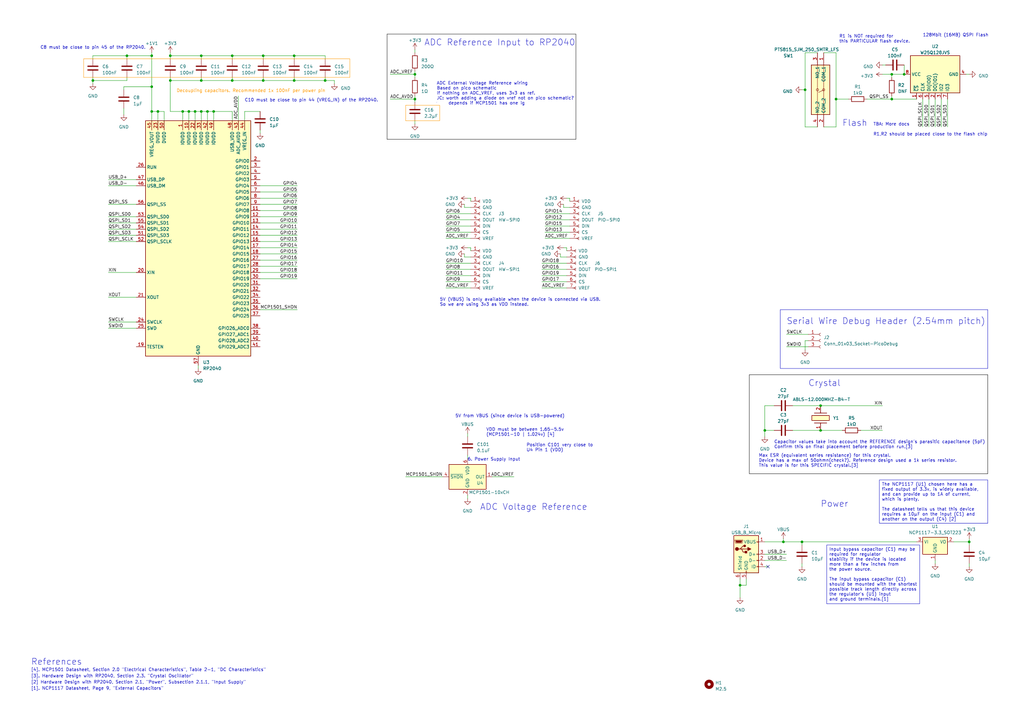
<source format=kicad_sch>
(kicad_sch (version 20230121) (generator eeschema)
  (paper "A3")
  (lib_symbols
    (symbol "ABLS-12.000MHZ-B4-T:ABLS-12.000MHZ-B4-T" (pin_names hide)
      (property "Reference" "Y" (at 8.89 6.35 0))
      (property "Value" "ABLS-12.000MHZ-B4-T" (at 8.89 3.81 0))
      (symbol "ABLS-12.000MHZ-B4-T_1_1"
        (polyline (pts (xy 3.048 0) (xy 2.54 0)) (stroke (width 0.254)))
        (polyline (pts (xy 3.048 2.54) (xy 3.048 -2.54)) (stroke (width 0.254)))
        (polyline (pts (xy 7.112 0) (xy 7.62 0)) (stroke (width 0.254)))
        (polyline (pts (xy 7.112 2.54) (xy 7.112 -2.54)) (stroke (width 0.254)))
        (rectangle (start 4.064 3.556) (end 6.096 -3.556) (stroke (width 0.254)) (fill (type background)))
        (pin passive line (at 0 0 0) (length 2.54) (name "1") (number "1"))
        (pin passive line (at 10.16 0 180) (length 2.54) (name "2") (number "2"))
      )
    )
    (symbol "Connector:Conn_01x03_Socket" (pin_names (offset 1.016) hide)
      (property "Reference" "J" (at 0 5.08 0))
      (property "Value" "Conn_01x03_Socket" (at 0 -5.08 0))
      (symbol "Conn_01x03_Socket_1_1"
        (arc (start 0 -2.032) (mid -0.5058 -2.54) (end 0 -3.048) (stroke (width 0.1524)))
        (polyline (pts (xy -1.27 -2.54) (xy -0.508 -2.54)) (stroke (width 0.1524)))
        (polyline (pts (xy -1.27 0) (xy -0.508 0)) (stroke (width 0.1524)))
        (polyline (pts (xy -1.27 2.54) (xy -0.508 2.54)) (stroke (width 0.1524)))
        (arc (start 0 0.508) (mid -0.5058 0) (end 0 -0.508) (stroke (width 0.1524)))
        (arc (start 0 3.048) (mid -0.5058 2.54) (end 0 2.032) (stroke (width 0.1524)))
        (pin passive line (at -5.08 2.54 0) (length 3.81) (name "Pin_1") (number "1"))
        (pin passive line (at -5.08 0 0) (length 3.81) (name "Pin_2") (number "2"))
        (pin passive line (at -5.08 -2.54 0) (length 3.81) (name "Pin_3") (number "3"))
      )
    )
    (symbol "Connector:USB_B_Micro" (pin_names (offset 1.016))
      (property "Reference" "J" (at -5.08 11.43 0))
      (property "Value" "USB_B_Micro" (at -5.08 8.89 0))
      (symbol "USB_B_Micro_0_1"
        (rectangle (start -5.08 -7.62) (end 5.08 7.62) (stroke (width 0.254)) (fill (type background)))
        (circle (center -3.81 2.159) (radius 0.635) (stroke (width 0.254)) (fill (type outline)))
        (circle (center -0.635 3.429) (radius 0.381) (stroke (width 0.254)) (fill (type outline)))
        (rectangle (start -0.127 -7.62) (end 0.127 -6.858))
        (polyline (pts (xy -1.905 2.159) (xy 0.635 2.159)) (stroke (width 0.254)))
        (polyline (pts (xy -3.175 2.159) (xy -2.54 2.159) (xy -1.27 3.429) (xy -0.635 3.429)) (stroke (width 0.254)))
        (polyline (pts (xy -2.54 2.159) (xy -1.905 2.159) (xy -1.27 0.889) (xy 0 0.889)) (stroke (width 0.254)))
        (polyline (pts (xy 0.635 2.794) (xy 0.635 1.524) (xy 1.905 2.159) (xy 0.635 2.794)) (stroke (width 0.254)) (fill (type outline)))
        (polyline (pts (xy -4.318 5.588) (xy -1.778 5.588) (xy -2.032 4.826) (xy -4.064 4.826) (xy -4.318 5.588)) (fill (type outline)))
        (polyline (pts (xy -4.699 5.842) (xy -4.699 5.588) (xy -4.445 4.826) (xy -4.445 4.572) (xy -1.651 4.572) (xy -1.651 4.826) (xy -1.397 5.588) (xy -1.397 5.842) (xy -4.699 5.842)))
        (rectangle (start 0.254 1.27) (end -0.508 0.508) (stroke (width 0.254)) (fill (type outline)))
        (rectangle (start 5.08 -5.207) (end 4.318 -4.953))
        (rectangle (start 5.08 -2.667) (end 4.318 -2.413))
        (rectangle (start 5.08 -0.127) (end 4.318 0.127))
        (rectangle (start 5.08 4.953) (end 4.318 5.207))
      )
      (symbol "USB_B_Micro_1_1"
        (pin power_out line (at 7.62 5.08 180) (length 2.54) (name "VBUS") (number "1"))
        (pin bidirectional line (at 7.62 -2.54 180) (length 2.54) (name "D-") (number "2"))
        (pin bidirectional line (at 7.62 0 180) (length 2.54) (name "D+") (number "3"))
        (pin passive line (at 7.62 -5.08 180) (length 2.54) (name "ID") (number "4"))
        (pin power_out line (at 0 -10.16 90) (length 2.54) (name "GND") (number "5"))
        (pin passive line (at -2.54 -10.16 90) (length 2.54) (name "Shield") (number "6"))
      )
    )
    (symbol "Device:C" (pin_numbers hide) (pin_names (offset 0.254))
      (property "Reference" "C" (at 0.635 2.54 0))
      (property "Value" "C" (at 0.635 -2.54 0))
      (symbol "C_0_1"
        (polyline (pts (xy -2.032 -0.762) (xy 2.032 -0.762)) (stroke (width 0.508)))
        (polyline (pts (xy -2.032 0.762) (xy 2.032 0.762)) (stroke (width 0.508)))
      )
      (symbol "C_1_1"
        (pin passive line (at 0 3.81 270) (length 2.794) (name "~") (number "1"))
        (pin passive line (at 0 -3.81 90) (length 2.794) (name "~") (number "2"))
      )
    )
    (symbol "Device:R" (pin_numbers hide) (pin_names (offset 0))
      (property "Reference" "R" (at 2.032 0 90))
      (property "Value" "R" (at 0 0 90))
      (symbol "R_0_1"
        (rectangle (start -1.016 -2.54) (end 1.016 2.54) (stroke (width 0.254)))
      )
      (symbol "R_1_1"
        (pin passive line (at 0 3.81 270) (length 1.27) (name "~") (number "1"))
        (pin passive line (at 0 -3.81 90) (length 1.27) (name "~") (number "2"))
      )
    )
    (symbol "Genoswitch_Custom:GS_ADC_Socket" (pin_names (offset 1.016))
      (property "Reference" "J3" (at 8.89 5.08 0))
      (property "Value" "GS_ADC_Socket" (at 8.89 7.62 0))
      (symbol "GS_ADC_Socket_1_1"
        (arc (start 0 -7.112) (mid -0.5058 -7.62) (end 0 -8.128) (stroke (width 0.1524)))
        (arc (start 0 -4.572) (mid -0.5058 -5.08) (end 0 -5.588) (stroke (width 0.1524)))
        (arc (start 0 -2.032) (mid -0.5058 -2.54) (end 0 -3.048) (stroke (width 0.1524)))
        (polyline (pts (xy -1.27 -7.62) (xy -0.508 -7.62)) (stroke (width 0.1524)))
        (polyline (pts (xy -1.27 -5.08) (xy -0.508 -5.08)) (stroke (width 0.1524)))
        (polyline (pts (xy -1.27 -2.54) (xy -0.508 -2.54)) (stroke (width 0.1524)))
        (polyline (pts (xy -1.27 0) (xy -0.508 0)) (stroke (width 0.1524)))
        (polyline (pts (xy -1.27 2.54) (xy -0.508 2.54)) (stroke (width 0.1524)))
        (polyline (pts (xy -1.27 5.08) (xy -0.508 5.08)) (stroke (width 0.1524)))
        (polyline (pts (xy -1.27 7.62) (xy -0.508 7.62)) (stroke (width 0.1524)))
        (arc (start 0 0.508) (mid -0.5058 0) (end 0 -0.508) (stroke (width 0.1524)))
        (arc (start 0 3.048) (mid -0.5058 2.54) (end 0 2.032) (stroke (width 0.1524)))
        (arc (start 0 5.588) (mid -0.5058 5.08) (end 0 4.572) (stroke (width 0.1524)))
        (arc (start 0 8.128) (mid -0.5058 7.62) (end 0 7.112) (stroke (width 0.1524)))
        (pin passive line (at -3.81 7.62 0) (length 3.81) (name "VDD") (number "1"))
        (pin passive line (at -3.81 5.08 0) (length 3.81) (name "GND") (number "2"))
        (pin passive line (at -3.81 2.54 0) (length 3.81) (name "CLK") (number "3"))
        (pin passive line (at -3.81 0 0) (length 3.81) (name "DOUT") (number "4"))
        (pin passive line (at -3.81 -2.54 0) (length 3.81) (name "DIN") (number "5"))
        (pin passive line (at -3.81 -5.08 0) (length 3.81) (name "CS") (number "6"))
        (pin passive line (at -3.81 -7.62 0) (length 3.81) (name "VREF") (number "7"))
      )
    )
    (symbol "MCU_RaspberryPi_Custom:RP2040"
      (property "Reference" "U" (at 0 11.43 0))
      (property "Value" "RP2040" (at 0 8.89 0))
      (symbol "RP2040_0_1"
        (rectangle (start -21.59 54.61) (end 21.59 -41.91) (stroke (width 0.254)) (fill (type background)))
      )
      (symbol "RP2040_1_1"
        (pin power_in line (at -6.35 54.61 270) (length 3.81) (name "IOVDD") (number "1"))
        (pin power_in line (at -3.81 54.61 270) (length 3.81) (name "IOVDD") (number "10"))
        (pin bidirectional line (at 25.4 17.78 180) (length 3.81) (name "GPIO8") (number "11"))
        (pin bidirectional line (at 25.4 15.24 180) (length 3.81) (name "GPIO9") (number "12"))
        (pin bidirectional line (at 25.4 12.7 180) (length 3.81) (name "GPIO10") (number "13"))
        (pin bidirectional line (at 25.4 10.16 180) (length 3.81) (name "GPIO11") (number "14"))
        (pin bidirectional line (at 25.4 7.62 180) (length 3.81) (name "GPIO12") (number "15"))
        (pin bidirectional line (at 25.4 5.08 180) (length 3.81) (name "GPIO13") (number "16"))
        (pin bidirectional line (at 25.4 2.54 180) (length 3.81) (name "GPIO14") (number "17"))
        (pin bidirectional line (at 25.4 0 180) (length 3.81) (name "GPIO15") (number "18"))
        (pin input line (at -25.4 -38.1 0) (length 3.81) (name "TESTEN") (number "19"))
        (pin bidirectional line (at 25.4 38.1 180) (length 3.81) (name "GPIO0") (number "2"))
        (pin input line (at -25.4 -7.62 0) (length 3.81) (name "XIN") (number "20"))
        (pin passive line (at -25.4 -17.78 0) (length 3.81) (name "XOUT") (number "21"))
        (pin power_in line (at -1.27 54.61 270) (length 3.81) (name "IOVDD") (number "22"))
        (pin power_in line (at -16.51 54.61 270) (length 3.81) (name "DVDD") (number "23"))
        (pin input line (at -25.4 -27.94 0) (length 3.81) (name "SWCLK") (number "24"))
        (pin bidirectional line (at -25.4 -30.48 0) (length 3.81) (name "SWD") (number "25"))
        (pin input line (at -25.4 35.56 0) (length 3.81) (name "RUN") (number "26"))
        (pin bidirectional line (at 25.4 -2.54 180) (length 3.81) (name "GPIO16") (number "27"))
        (pin bidirectional line (at 25.4 -5.08 180) (length 3.81) (name "GPIO17") (number "28"))
        (pin bidirectional line (at 25.4 -7.62 180) (length 3.81) (name "GPIO18") (number "29"))
        (pin bidirectional line (at 25.4 35.56 180) (length 3.81) (name "GPIO1") (number "3"))
        (pin bidirectional line (at 25.4 -10.16 180) (length 3.81) (name "GPIO19") (number "30"))
        (pin bidirectional line (at 25.4 -12.7 180) (length 3.81) (name "GPIO20") (number "31"))
        (pin bidirectional line (at 25.4 -15.24 180) (length 3.81) (name "GPIO21") (number "32"))
        (pin power_in line (at 1.27 54.61 270) (length 3.81) (name "IOVDD") (number "33"))
        (pin bidirectional line (at 25.4 -17.78 180) (length 3.81) (name "GPIO22") (number "34"))
        (pin bidirectional line (at 25.4 -20.32 180) (length 3.81) (name "GPIO23") (number "35"))
        (pin bidirectional line (at 25.4 -22.86 180) (length 3.81) (name "GPIO24") (number "36"))
        (pin bidirectional line (at 25.4 -25.4 180) (length 3.81) (name "GPIO25") (number "37"))
        (pin bidirectional line (at 25.4 -30.48 180) (length 3.81) (name "GPIO26_ADC0") (number "38"))
        (pin bidirectional line (at 25.4 -33.02 180) (length 3.81) (name "GPIO27_ADC1") (number "39"))
        (pin bidirectional line (at 25.4 33.02 180) (length 3.81) (name "GPIO2") (number "4"))
        (pin bidirectional line (at 25.4 -35.56 180) (length 3.81) (name "GPIO28_ADC2") (number "40"))
        (pin bidirectional line (at 25.4 -38.1 180) (length 3.81) (name "GPIO29_ADC3") (number "41"))
        (pin power_in line (at 3.81 54.61 270) (length 3.81) (name "IOVDD") (number "42"))
        (pin power_in line (at 16.51 54.61 270) (length 3.81) (name "ADC_AVDD") (number "43"))
        (pin power_in line (at 19.05 54.61 270) (length 3.81) (name "VREG_IN") (number "44"))
        (pin power_out line (at -19.05 54.61 270) (length 3.81) (name "VREG_VOUT") (number "45"))
        (pin bidirectional line (at -25.4 27.94 0) (length 3.81) (name "USB_DM") (number "46"))
        (pin bidirectional line (at -25.4 30.48 0) (length 3.81) (name "USB_DP") (number "47"))
        (pin power_in line (at 13.97 54.61 270) (length 3.81) (name "USB_VDD") (number "48"))
        (pin power_in line (at 6.35 54.61 270) (length 3.81) (name "IOVDD") (number "49"))
        (pin bidirectional line (at 25.4 30.48 180) (length 3.81) (name "GPIO3") (number "5"))
        (pin power_in line (at -13.97 54.61 270) (length 3.81) (name "DVDD") (number "50"))
        (pin bidirectional line (at -25.4 7.62 0) (length 3.81) (name "QSPI_SD3") (number "51"))
        (pin output line (at -25.4 5.08 0) (length 3.81) (name "QSPI_SCLK") (number "52"))
        (pin bidirectional line (at -25.4 15.24 0) (length 3.81) (name "QSPI_SD0") (number "53"))
        (pin bidirectional line (at -25.4 10.16 0) (length 3.81) (name "QSPI_SD2") (number "54"))
        (pin bidirectional line (at -25.4 12.7 0) (length 3.81) (name "QSPI_SD1") (number "55"))
        (pin bidirectional line (at -25.4 20.32 0) (length 3.81) (name "QSPI_SS") (number "56"))
        (pin power_in line (at 0 -45.72 90) (length 3.81) (name "GND") (number "57"))
        (pin bidirectional line (at 25.4 27.94 180) (length 3.81) (name "GPIO4") (number "6"))
        (pin bidirectional line (at 25.4 25.4 180) (length 3.81) (name "GPIO5") (number "7"))
        (pin bidirectional line (at 25.4 22.86 180) (length 3.81) (name "GPIO6") (number "8"))
        (pin bidirectional line (at 25.4 20.32 180) (length 3.81) (name "GPIO7") (number "9"))
      )
    )
    (symbol "Mechanical:MountingHole" (pin_names (offset 1.016))
      (property "Reference" "H" (at 0 5.08 0))
      (property "Value" "MountingHole" (at 0 3.175 0))
      (symbol "MountingHole_0_1"
        (circle (center 0 0) (radius 1.27) (stroke (width 1.27)))
      )
    )
    (symbol "Memory_Flash:W25Q128JVS"
      (property "Reference" "U" (at -8.89 8.89 0))
      (property "Value" "W25Q128JVS" (at 7.62 8.89 0))
      (symbol "W25Q128JVS_0_1"
        (rectangle (start -7.62 10.16) (end 7.62 -10.16) (stroke (width 0.254)) (fill (type background)))
      )
      (symbol "W25Q128JVS_1_1"
        (pin input line (at -10.16 7.62 0) (length 2.54) (name "~{CS}") (number "1"))
        (pin bidirectional line (at -10.16 0 0) (length 2.54) (name "DO(IO1)") (number "2"))
        (pin bidirectional line (at -10.16 -2.54 0) (length 2.54) (name "IO2") (number "3"))
        (pin power_in line (at 0 -12.7 90) (length 2.54) (name "GND") (number "4"))
        (pin bidirectional line (at -10.16 2.54 0) (length 2.54) (name "DI(IO0)") (number "5"))
        (pin input line (at -10.16 5.08 0) (length 2.54) (name "CLK") (number "6"))
        (pin bidirectional line (at -10.16 -5.08 0) (length 2.54) (name "IO3") (number "7"))
        (pin power_in line (at 0 12.7 270) (length 2.54) (name "VCC") (number "8"))
      )
    )
    (symbol "PTS815_SJM_250_SMTR_LFS:PTS815_SJM_250_SMTR_LFS"
      (property "Reference" "SW1" (at 15.24 7.62 0))
      (property "Value" "PTS815_SJM_250_SMTR_LFS" (at 15.24 5.08 0))
      (symbol "PTS815_SJM_250_SMTR_LFS_0_0"
        (text "" (at -3.81 7.62 0) (effects (font (size 1.27 1.27))))
      )
      (symbol "PTS815_SJM_250_SMTR_LFS_0_1"
        (polyline (pts (xy 5.08 -2.54) (xy 25.4 -2.54)))
        (polyline (pts (xy 15.24 0) (xy 16.3226 -2.0676)))
        (polyline (pts (xy 25.4 0) (xy 5.08 0)))
        (circle (center 15.24 -2.54) (radius 0.4675))
        (circle (center 15.24 0) (radius 0.4675))
      )
      (symbol "PTS815_SJM_250_SMTR_LFS_1_1"
        (rectangle (start 5.08 2.54) (end 25.4 -5.08) (stroke (width 0.254)) (fill (type background)))
        (pin passive line (at 0 0 0) (length 5.08) (name "COM_1") (number "1"))
        (pin passive line (at 30.48 0 180) (length 5.08) (name "COM_2") (number "2"))
        (pin passive line (at 0 -2.54 0) (length 5.08) (name "NO_1") (number "3"))
        (pin passive line (at 30.48 -2.54 180) (length 5.08) (name "NO_2") (number "4"))
      )
    )
    (symbol "Reference_Voltage:MCP1501-10xCH"
      (property "Reference" "U" (at -6.35 6.35 0))
      (property "Value" "MCP1501-10xCH" (at 10.16 6.35 0))
      (symbol "MCP1501-10xCH_0_0"
        (pin power_out line (at 10.16 0 180) (length 2.54) (name "OUT") (number "1"))
        (pin power_in line (at 0 -7.62 90) (length 2.54) (name "GND") (number "2"))
        (pin passive line (at 0 -7.62 90) (length 2.54) hide (name "GND") (number "3"))
        (pin input line (at -10.16 0 0) (length 2.54) (name "~{SHDN}") (number "4"))
        (pin passive line (at 0 -7.62 90) (length 2.54) hide (name "GND") (number "5"))
        (pin power_in line (at 0 7.62 270) (length 2.54) (name "VDD") (number "6"))
      )
      (symbol "MCP1501-10xCH_0_1"
        (rectangle (start -7.62 5.08) (end 7.62 -5.08) (stroke (width 0.254)) (fill (type background)))
      )
    )
    (symbol "Regulator_Linear:NCP1117-3.3_SOT223"
      (property "Reference" "U" (at -3.81 3.175 0))
      (property "Value" "NCP1117-3.3_SOT223" (at 0 3.175 0))
      (symbol "NCP1117-3.3_SOT223_0_1"
        (rectangle (start -5.08 -5.08) (end 5.08 1.905) (stroke (width 0.254)) (fill (type background)))
      )
      (symbol "NCP1117-3.3_SOT223_1_1"
        (pin power_in line (at 0 -7.62 90) (length 2.54) (name "GND") (number "1"))
        (pin power_out line (at 7.62 0 180) (length 2.54) (name "VO") (number "2"))
        (pin power_in line (at -7.62 0 0) (length 2.54) (name "VI") (number "3"))
      )
    )
    (symbol "power:+1V1" (power) (pin_names (offset 0))
      (property "Value" "+1V1" (at 0 3.556 0))
      (symbol "+1V1_0_1"
        (polyline (pts (xy -0.762 1.27) (xy 0 2.54)))
        (polyline (pts (xy 0 0) (xy 0 2.54)))
        (polyline (pts (xy 0 2.54) (xy 0.762 1.27)))
      )
      (symbol "+1V1_1_1"
        (pin power_in line (at 0 0 90) (length 0) hide (name "+1V1") (number "1"))
      )
    )
    (symbol "power:+3V3" (power) (pin_names (offset 0))
      (property "Value" "+3V3" (at 0 3.556 0))
      (symbol "+3V3_0_1"
        (polyline (pts (xy -0.762 1.27) (xy 0 2.54)))
        (polyline (pts (xy 0 0) (xy 0 2.54)))
        (polyline (pts (xy 0 2.54) (xy 0.762 1.27)))
      )
      (symbol "+3V3_1_1"
        (pin power_in line (at 0 0 90) (length 0) hide (name "+3V3") (number "1"))
      )
    )
    (symbol "power:GND" (power) (pin_names (offset 0))
      (property "Value" "GND" (at 0 -3.81 0))
      (symbol "GND_0_1"
        (polyline (pts (xy 0 0) (xy 0 -1.27) (xy 1.27 -1.27) (xy 0 -2.54) (xy -1.27 -1.27) (xy 0 -1.27)))
      )
      (symbol "GND_1_1"
        (pin power_in line (at 0 0 270) (length 0) hide (name "GND") (number "1"))
      )
    )
    (symbol "power:VBUS" (power) (pin_names (offset 0))
      (property "Value" "VBUS" (at 0 3.81 0))
      (symbol "VBUS_0_1"
        (polyline (pts (xy -0.762 1.27) (xy 0 2.54)))
        (polyline (pts (xy 0 0) (xy 0 2.54)))
        (polyline (pts (xy 0 2.54) (xy 0.762 1.27)))
      )
      (symbol "VBUS_1_1"
        (pin power_in line (at 0 0 90) (length 0) hide (name "VBUS") (number "1"))
      )
    )
  )
  (junction (at 62.23 35.56))
  (junction (at 62.23 45.72))
  (junction (at 365.76 30.48))
  (junction (at 62.23 22.86))
  (junction (at 95.25 33.02))
  (junction (at 85.09 45.72))
  (junction (at 170.18 30.48))
  (junction (at 82.55 22.86))
  (junction (at 95.25 22.86))
  (junction (at 77.47 45.72))
  (junction (at 74.93 45.72))
  (junction (at 133.35 33.02))
  (junction (at 80.01 45.72))
  (junction (at 330.2 36.83))
  (junction (at 313.69 176.53))
  (junction (at 52.07 22.86))
  (junction (at 170.18 40.64))
  (junction (at 87.63 45.72))
  (junction (at 38.1 33.02))
  (junction (at 328.93 222.25))
  (junction (at 336.55 166.37))
  (junction (at 82.55 45.72))
  (junction (at 303.53 240.03))
  (junction (at 336.55 176.53))
  (junction (at 69.85 33.02))
  (junction (at 107.95 33.02))
  (junction (at 120.65 33.02))
  (junction (at 370.84 30.48))
  (junction (at 342.9 40.64))
  (junction (at 365.76 40.64))
  (junction (at 64.77 45.72))
  (junction (at 321.31 222.25))
  (junction (at 82.55 33.02))
  (junction (at 69.85 22.86))
  (junction (at 120.65 22.86))
  (junction (at 107.95 22.86))
  (junction (at 397.51 222.25))
  (no_connect (at 314.96 232.41))
  (wire (pts (xy 106.68 101.6) (xy 121.92 101.6)))
  (wire (pts (xy 381 40.64) (xy 381 52.07)))
  (wire (pts (xy 303.53 240.03) (xy 303.53 237.49)))
  (wire (pts (xy 106.68 99.06) (xy 121.92 99.06)))
  (wire (pts (xy 193.04 82.55) (xy 193.04 81.28)))
  (wire (pts (xy 69.85 33.02) (xy 82.55 33.02)))
  (wire (pts (xy 190.5 105.41) (xy 190.5 104.14)))
  (wire (pts (xy 106.68 114.3) (xy 121.92 114.3)))
  (wire (pts (xy 87.63 45.72) (xy 95.25 45.72)))
  (wire (pts (xy 191.77 177.8) (xy 191.77 179.07)))
  (wire (pts (xy 313.69 222.25) (xy 321.31 222.25)))
  (wire (pts (xy 337.82 52.07) (xy 342.9 52.07)))
  (wire (pts (xy 193.04 81.28) (xy 191.77 81.28)))
  (wire (pts (xy 82.55 22.86) (xy 69.85 22.86)))
  (wire (pts (xy 64.77 45.72) (xy 64.77 49.53)))
  (wire (pts (xy 133.35 22.86) (xy 133.35 24.13)))
  (wire (pts (xy 317.5 166.37) (xy 313.69 166.37)))
  (wire (pts (xy 69.85 22.86) (xy 69.85 24.13)))
  (wire (pts (xy 95.25 22.86) (xy 95.25 24.13)))
  (wire (pts (xy 95.25 33.02) (xy 82.55 33.02)))
  (wire (pts (xy 223.52 87.63) (xy 233.68 87.63)))
  (wire (pts (xy 322.58 142.24) (xy 331.47 142.24)))
  (wire (pts (xy 182.88 90.17) (xy 193.04 90.17)))
  (wire (pts (xy 233.68 85.09) (xy 231.14 85.09)))
  (wire (pts (xy 166.37 195.58) (xy 181.61 195.58)))
  (wire (pts (xy 44.45 121.92) (xy 55.88 121.92)))
  (wire (pts (xy 182.88 118.11) (xy 193.04 118.11)))
  (wire (pts (xy 44.45 132.08) (xy 55.88 132.08)))
  (wire (pts (xy 170.18 40.64) (xy 160.02 40.64)))
  (wire (pts (xy 107.95 33.02) (xy 95.25 33.02)))
  (wire (pts (xy 330.2 52.07) (xy 335.28 52.07)))
  (wire (pts (xy 137.16 33.02) (xy 137.16 34.29)))
  (wire (pts (xy 232.41 102.87) (xy 232.41 101.6)))
  (wire (pts (xy 52.07 22.86) (xy 62.23 22.86)))
  (wire (pts (xy 383.54 40.64) (xy 383.54 52.07)))
  (wire (pts (xy 365.76 31.75) (xy 365.76 30.48)))
  (wire (pts (xy 95.25 45.72) (xy 95.25 49.53)))
  (wire (pts (xy 87.63 49.53) (xy 87.63 45.72)))
  (wire (pts (xy 222.25 115.57) (xy 232.41 115.57)))
  (wire (pts (xy 74.93 49.53) (xy 74.93 45.72)))
  (wire (pts (xy 106.68 91.44) (xy 121.92 91.44)))
  (wire (pts (xy 391.16 222.25) (xy 397.51 222.25)))
  (wire (pts (xy 50.8 44.45) (xy 50.8 46.99)))
  (wire (pts (xy 106.68 76.2) (xy 121.92 76.2)))
  (wire (pts (xy 106.68 81.28) (xy 121.92 81.28)))
  (wire (pts (xy 62.23 35.56) (xy 62.23 45.72)))
  (wire (pts (xy 383.54 229.87) (xy 383.54 231.14)))
  (wire (pts (xy 74.93 45.72) (xy 77.47 45.72)))
  (wire (pts (xy 120.65 22.86) (xy 120.65 24.13)))
  (wire (pts (xy 85.09 49.53) (xy 85.09 45.72)))
  (wire (pts (xy 82.55 49.53) (xy 82.55 45.72)))
  (wire (pts (xy 342.9 40.64) (xy 342.9 52.07)))
  (wire (pts (xy 182.88 115.57) (xy 193.04 115.57)))
  (wire (pts (xy 223.52 95.25) (xy 233.68 95.25)))
  (wire (pts (xy 106.68 88.9) (xy 121.92 88.9)))
  (wire (pts (xy 322.58 137.16) (xy 331.47 137.16)))
  (wire (pts (xy 44.45 111.76) (xy 55.88 111.76)))
  (wire (pts (xy 120.65 22.86) (xy 107.95 22.86)))
  (wire (pts (xy 321.31 220.98) (xy 321.31 222.25)))
  (wire (pts (xy 190.5 85.09) (xy 190.5 83.82)))
  (wire (pts (xy 328.93 36.83) (xy 330.2 36.83)))
  (wire (pts (xy 317.5 176.53) (xy 313.69 176.53)))
  (wire (pts (xy 69.85 45.72) (xy 74.93 45.72)))
  (wire (pts (xy 44.45 83.82) (xy 55.88 83.82)))
  (wire (pts (xy 107.95 22.86) (xy 95.25 22.86)))
  (wire (pts (xy 375.92 40.64) (xy 365.76 40.64)))
  (wire (pts (xy 182.88 87.63) (xy 193.04 87.63)))
  (wire (pts (xy 170.18 49.53) (xy 170.18 50.8)))
  (wire (pts (xy 193.04 85.09) (xy 190.5 85.09)))
  (wire (pts (xy 170.18 39.37) (xy 170.18 40.64)))
  (wire (pts (xy 95.25 33.02) (xy 95.25 31.75)))
  (wire (pts (xy 353.06 176.53) (xy 361.95 176.53)))
  (wire (pts (xy 342.9 40.64) (xy 347.98 40.64)))
  (wire (pts (xy 55.88 88.9) (xy 44.45 88.9)))
  (wire (pts (xy 137.16 33.02) (xy 133.35 33.02)))
  (wire (pts (xy 231.14 85.09) (xy 231.14 83.82)))
  (wire (pts (xy 80.01 49.53) (xy 80.01 45.72)))
  (wire (pts (xy 330.2 143.51) (xy 330.2 139.7)))
  (wire (pts (xy 170.18 30.48) (xy 170.18 31.75)))
  (wire (pts (xy 182.88 110.49) (xy 193.04 110.49)))
  (wire (pts (xy 106.68 104.14) (xy 121.92 104.14)))
  (wire (pts (xy 38.1 22.86) (xy 52.07 22.86)))
  (wire (pts (xy 55.88 96.52) (xy 44.45 96.52)))
  (wire (pts (xy 107.95 22.86) (xy 107.95 24.13)))
  (wire (pts (xy 100.33 45.72) (xy 106.68 45.72)))
  (wire (pts (xy 52.07 33.02) (xy 38.1 33.02)))
  (wire (pts (xy 69.85 33.02) (xy 69.85 31.75)))
  (wire (pts (xy 38.1 31.75) (xy 38.1 33.02)))
  (wire (pts (xy 193.04 101.6) (xy 191.77 101.6)))
  (wire (pts (xy 328.93 222.25) (xy 375.92 222.25)))
  (wire (pts (xy 313.69 227.33) (xy 322.58 227.33)))
  (wire (pts (xy 133.35 33.02) (xy 120.65 33.02)))
  (wire (pts (xy 222.25 107.95) (xy 232.41 107.95)))
  (wire (pts (xy 69.85 33.02) (xy 69.85 45.72)))
  (wire (pts (xy 182.88 95.25) (xy 193.04 95.25)))
  (wire (pts (xy 44.45 134.62) (xy 55.88 134.62)))
  (wire (pts (xy 106.68 93.98) (xy 121.92 93.98)))
  (wire (pts (xy 397.51 223.52) (xy 397.51 222.25)))
  (wire (pts (xy 342.9 21.59) (xy 342.9 40.64)))
  (wire (pts (xy 77.47 45.72) (xy 80.01 45.72)))
  (wire (pts (xy 365.76 39.37) (xy 365.76 40.64)))
  (wire (pts (xy 191.77 186.69) (xy 191.77 187.96)))
  (wire (pts (xy 106.68 78.74) (xy 121.92 78.74)))
  (wire (pts (xy 201.93 195.58) (xy 210.82 195.58)))
  (wire (pts (xy 314.96 232.41) (xy 313.69 232.41)))
  (wire (pts (xy 330.2 36.83) (xy 330.2 52.07)))
  (wire (pts (xy 325.12 176.53) (xy 336.55 176.53)))
  (wire (pts (xy 370.84 26.67) (xy 370.84 30.48)))
  (wire (pts (xy 38.1 22.86) (xy 38.1 24.13)))
  (wire (pts (xy 313.69 166.37) (xy 313.69 176.53)))
  (wire (pts (xy 62.23 45.72) (xy 64.77 45.72)))
  (wire (pts (xy 336.55 166.37) (xy 361.95 166.37)))
  (wire (pts (xy 120.65 33.02) (xy 120.65 31.75)))
  (wire (pts (xy 223.52 92.71) (xy 233.68 92.71)))
  (wire (pts (xy 64.77 45.72) (xy 67.31 45.72)))
  (wire (pts (xy 182.88 113.03) (xy 193.04 113.03)))
  (wire (pts (xy 55.88 93.98) (xy 44.45 93.98)))
  (wire (pts (xy 106.68 96.52) (xy 121.92 96.52)))
  (wire (pts (xy 62.23 49.53) (xy 62.23 45.72)))
  (wire (pts (xy 328.93 223.52) (xy 328.93 222.25)))
  (wire (pts (xy 106.68 109.22) (xy 121.92 109.22)))
  (wire (pts (xy 62.23 22.86) (xy 62.23 35.56)))
  (wire (pts (xy 52.07 24.13) (xy 52.07 22.86)))
  (wire (pts (xy 82.55 22.86) (xy 82.55 24.13)))
  (wire (pts (xy 222.25 110.49) (xy 232.41 110.49)))
  (wire (pts (xy 55.88 99.06) (xy 44.45 99.06)))
  (wire (pts (xy 120.65 33.02) (xy 107.95 33.02)))
  (wire (pts (xy 106.68 127) (xy 121.92 127)))
  (wire (pts (xy 182.88 97.79) (xy 193.04 97.79)))
  (wire (pts (xy 82.55 33.02) (xy 82.55 31.75)))
  (wire (pts (xy 325.12 166.37) (xy 336.55 166.37)))
  (wire (pts (xy 95.25 22.86) (xy 82.55 22.86)))
  (wire (pts (xy 335.28 21.59) (xy 330.2 21.59)))
  (wire (pts (xy 306.07 240.03) (xy 303.53 240.03)))
  (wire (pts (xy 321.31 222.25) (xy 328.93 222.25)))
  (wire (pts (xy 133.35 22.86) (xy 120.65 22.86)))
  (wire (pts (xy 361.95 26.67) (xy 363.22 26.67)))
  (wire (pts (xy 193.04 105.41) (xy 190.5 105.41)))
  (wire (pts (xy 182.88 107.95) (xy 193.04 107.95)))
  (wire (pts (xy 313.69 229.87) (xy 322.58 229.87)))
  (wire (pts (xy 38.1 33.02) (xy 38.1 34.29)))
  (wire (pts (xy 106.68 106.68) (xy 121.92 106.68)))
  (wire (pts (xy 365.76 30.48) (xy 370.84 30.48)))
  (wire (pts (xy 328.93 231.14) (xy 328.93 232.41)))
  (wire (pts (xy 170.18 29.21) (xy 170.18 30.48)))
  (wire (pts (xy 306.07 237.49) (xy 306.07 240.03)))
  (wire (pts (xy 229.87 105.41) (xy 229.87 104.14)))
  (wire (pts (xy 355.6 40.64) (xy 365.76 40.64)))
  (wire (pts (xy 170.18 20.32) (xy 170.18 21.59)))
  (wire (pts (xy 133.35 33.02) (xy 133.35 31.75)))
  (wire (pts (xy 107.95 33.02) (xy 107.95 31.75)))
  (wire (pts (xy 222.25 113.03) (xy 232.41 113.03)))
  (wire (pts (xy 106.68 111.76) (xy 121.92 111.76)))
  (wire (pts (xy 388.62 40.64) (xy 388.62 52.07)))
  (wire (pts (xy 191.77 203.2) (xy 191.77 204.47)))
  (wire (pts (xy 336.55 176.53) (xy 345.44 176.53)))
  (wire (pts (xy 67.31 49.53) (xy 67.31 45.72)))
  (wire (pts (xy 342.9 21.59) (xy 337.82 21.59)))
  (wire (pts (xy 55.88 91.44) (xy 44.45 91.44)))
  (wire (pts (xy 44.45 76.2) (xy 55.88 76.2)))
  (wire (pts (xy 106.68 53.34) (xy 106.68 54.61)))
  (wire (pts (xy 330.2 139.7) (xy 331.47 139.7)))
  (wire (pts (xy 106.68 86.36) (xy 121.92 86.36)))
  (wire (pts (xy 85.09 45.72) (xy 87.63 45.72)))
  (wire (pts (xy 100.33 49.53) (xy 100.33 45.72)))
  (wire (pts (xy 50.8 36.83) (xy 50.8 35.56)))
  (wire (pts (xy 170.18 40.64) (xy 170.18 41.91)))
  (wire (pts (xy 386.08 40.64) (xy 386.08 52.07)))
  (wire (pts (xy 313.69 176.53) (xy 313.69 179.07)))
  (wire (pts (xy 193.04 102.87) (xy 193.04 101.6)))
  (wire (pts (xy 81.28 149.86) (xy 81.28 151.13)))
  (wire (pts (xy 397.51 220.98) (xy 397.51 222.25)))
  (wire (pts (xy 303.53 240.03) (xy 303.53 245.11)))
  (wire (pts (xy 77.47 49.53) (xy 77.47 45.72)))
  (wire (pts (xy 80.01 45.72) (xy 82.55 45.72)))
  (wire (pts (xy 82.55 45.72) (xy 85.09 45.72)))
  (wire (pts (xy 361.95 30.48) (xy 365.76 30.48)))
  (wire (pts (xy 160.02 30.48) (xy 170.18 30.48)))
  (wire (pts (xy 222.25 118.11) (xy 232.41 118.11)))
  (wire (pts (xy 97.79 39.37) (xy 97.79 49.53)))
  (wire (pts (xy 223.52 90.17) (xy 233.68 90.17)))
  (wire (pts (xy 69.85 21.59) (xy 69.85 22.86)))
  (wire (pts (xy 232.41 101.6) (xy 231.14 101.6)))
  (wire (pts (xy 50.8 35.56) (xy 62.23 35.56)))
  (wire (pts (xy 396.24 30.48) (xy 397.51 30.48)))
  (wire (pts (xy 223.52 97.79) (xy 233.68 97.79)))
  (wire (pts (xy 62.23 21.59) (xy 62.23 22.86)))
  (wire (pts (xy 232.41 105.41) (xy 229.87 105.41)))
  (wire (pts (xy 233.68 82.55) (xy 233.68 81.28)))
  (wire (pts (xy 397.51 232.41) (xy 397.51 231.14)))
  (wire (pts (xy 106.68 83.82) (xy 121.92 83.82)))
  (wire (pts (xy 44.45 73.66) (xy 55.88 73.66)))
  (wire (pts (xy 233.68 81.28) (xy 232.41 81.28)))
  (wire (pts (xy 52.07 33.02) (xy 52.07 31.75)))
  (wire (pts (xy 378.46 40.64) (xy 378.46 52.07)))
  (wire (pts (xy 182.88 92.71) (xy 193.04 92.71)))
  (wire (pts (xy 330.2 21.59) (xy 330.2 36.83)))
  (rectangle (start 320.04 127) (end 405.13 151.13))
  (rectangle (start 158.75 13.97) (end 236.22 57.15) (stroke (width 0) (color 0 0 0 1)))
  (rectangle (start 307.34 153.67) (end 405.13 194.31) (stroke (width 0) (color 0 0 0 1)))
  (rectangle (start 166.37 43.18) (end 180.34 49.53) (stroke (width 0) (color 255 153 0 1)))
  (rectangle (start 179.07 41.91) (end 179.07 41.91))
  (rectangle (start 34.29 24.13) (end 143.51 31.75) (stroke (width 0) (color 255 153 0 1)))
  (text_box "The NCP1117 (U1) chosen here has a fixed output of 3.3v, is widely available, and can provide up to 1A of current, which is plenty.\n\nThe datasheet tells us that this device requires a 10μF on the input (C1) and another on the output (C4) [2]" (at 360.68 196.85 0) (size 44.45 17.78) (effects (font (size 1.27 1.27)) (justify left top)))
  (text_box "Input bypass capacitor (C1) may be required for regulator\nstability if the device is located more than a few inches from\nthe power source.\n\nThe input bypass capacitor (C1) should be mounted with the shortest\npossible track length directly across the regulator's (U1) input\nand ground terminals.[1]" (at 339.09 223.52 0) (size 38.1 24.13) (effects (font (size 1.27 1.27)) (justify left top)))
  (text "VDD must be between 1.65-5.5v\n(MCP1501-10 | 1.024v) [4]" (at 199.39 179.07 0) (effects (font (size 1.27 1.27)) (justify left bottom)))
  (text "6. Power Supply Input" (at 191.77 189.23 0) (effects (font (size 1.27 1.27)) (justify left bottom)))
  (text "5V (VBUS) is only available when the device is connected via USB.\nSo we are using 3v3 as VDD instead." (at 180.34 125.73 0) (effects (font (size 1.27 1.27)) (justify left bottom)))
  (text "[4]. MCP1501 Datasheet, Section 2.0 \"Electrical Characteristics\", Table 2-1, \"DC Characteristics\"" (at 12.7 275.59 0) (effects (font (size 1.27 1.27)) (justify left bottom)))
  (text "Position C101 very close to\nU4 Pin 1 (VDD)" (at 215.9 185.42 0) (effects (font (size 1.27 1.27)) (justify left bottom)))
  (text "128Mbit (16MB) QSPI Flash" (at 378.46 15.24 0) (effects (font (size 1.27 1.27)) (justify left bottom)))
  (text "[3]. Hardware Design with RP2040, Section 2.3. \"Crystal Oscillator\"" (at 12.7 278.13 0) (effects (font (size 1.27 1.27)) (justify left bottom)))
  (text "Decoupling capacitors. Recommended 1x 100nF per power pin" (at 72.39 38.1 0) (effects (font (size 1.27 1.27)) (justify left bottom)))
  (text "Power" (at 336.55 208.28 0) (effects (font (size 2.54 2.54)) (justify left bottom)))
  (text "Serial Wire Debug Header (2.54mm pitch)" (at 322.58 133.35 0) (effects (font (size 2.54 2.54)) (justify left bottom)))
  (text "Crystal" (at 331.47 158.75 0) (effects (font (size 2.54 2.54)) (justify left bottom)))
  (text "5V from VBUS (since device is USB-powered)" (at 186.69 171.45 0) (effects (font (size 1.27 1.27)) (justify left bottom)))
  (text "R1 is NOT required for\nthis PARTICULAR flash device." (at 344.17 17.78 0) (effects (font (size 1.27 1.27)) (justify left bottom)))
  (text "[1]. NCP1117 Datasheet, Page 9, \"External Capacitors\"" (at 12.7 283.21 0) (effects (font (size 1.27 1.27)) (justify left bottom)))
  (text "ADC Voltage Reference" (at 196.85 209.55 0) (effects (font (size 2.54 2.54)) (justify left bottom)))
  (text "C10 must be close to pin 44 (VREG_IN) of the RP2040." (at 100.33 41.91 0) (effects (font (size 1.27 1.27)) (justify left bottom)))
  (text "ADC External Voltage Reference wiring\nBased on pico schematic\nIf nothing on ADC_VREF, uses 3v3 as ref.\nJC: worth adding a diode on vref not on pico schematic?\n	depends if MCP1501 has one ig" (at 179.07 43.18 0) (effects (font (size 1.27 1.27)) (justify left bottom)))
  (text "TBA: More docs\n\nR1,R2 should be placed close to the flash chip" (at 358.14 55.88 0) (effects (font (size 1.27 1.27)) (justify left bottom)))
  (text "C8 must be close to pin 45 of the RP2040." (at 16.51 20.32 0) (effects (font (size 1.27 1.27)) (justify left bottom)))
  (text "ADC Reference Input to RP2040" (at 173.99 19.05 0) (effects (font (size 2.54 2.54)) (justify left bottom)))
  (text "Capacitor values take into account the REFERENCE design's parasitic capacitance (5pF)\nConfirm this on final placement before production run.[3]" (at 317.5 184.15 0) (effects (font (size 1.27 1.27)) (justify left bottom)))
  (text "Max ESR (equivalent series resistance) for this crystal.\nDevice has a max of 50ohmn(check?). Reference design used a 1k series resistor.\nThis value is for this SPECIFIC crystal.[3]" (at 311.15 191.77 0) (effects (font (size 1.27 1.27)) (justify left bottom)))
  (text "Flash" (at 345.44 52.07 0) (effects (font (size 2.54 2.54)) (justify left bottom)))
  (text "[2] Hardware Design with RP2040, Section 2.1, \"Power\", Subsection 2.1.1, \"Input Supply\"" (at 12.7 280.67 0) (effects (font (size 1.27 1.27)) (justify left bottom)))
  (text "References" (at 12.7 273.05 0) (effects (font (size 2.54 2.54)) (justify left bottom)))
  (label "QSPI_SD1" (at 383.54 52.07 90))
  (label "ADC_VREF" (at 222.25 118.11 0))
  (label "ADC_AVDD" (at 97.79 39.37 270))
  (label "XIN" (at 44.45 111.76 0))
  (label "GPIO9" (at 182.88 115.57 0))
  (label "ADC_VREF" (at 210.82 195.58 180))
  (label "GPIO6" (at 182.88 87.63 0))
  (label "GPIO19" (at 121.92 114.3 180))
  (label "GPIO6" (at 121.92 81.28 180))
  (label "ADC_VREF" (at 182.88 118.11 0))
  (label "GPIO17" (at 121.92 109.22 180))
  (label "GPIO18" (at 121.92 111.76 180))
  (label "QSPI_SS" (at 364.49 40.64 180))
  (label "QSPI_SD1" (at 44.45 91.44 0))
  (label "QSPI_SD0" (at 381 52.07 90))
  (label "SWDIO" (at 44.45 134.62 0))
  (label "GPIO7" (at 121.92 83.82 180))
  (label "XOUT" (at 44.45 121.92 0))
  (label "GPIO14" (at 223.52 87.63 0))
  (label "USB_D+" (at 322.58 227.33 180))
  (label "ADC_VREF" (at 182.88 97.79 0))
  (label "GPIO5" (at 182.88 95.25 0))
  (label "ADC_VREF" (at 160.02 30.48 0))
  (label "GPIO7" (at 182.88 92.71 0))
  (label "MCP1501_SHDN" (at 121.92 127 180))
  (label "GPIO19" (at 222.25 113.03 0))
  (label "GPIO8" (at 121.92 86.36 180))
  (label "QSPI_SD0" (at 44.45 88.9 0))
  (label "GPIO13" (at 223.52 95.25 0))
  (label "ADC_VREF" (at 223.52 97.79 0))
  (label "XIN" (at 361.95 166.37 180))
  (label "MCP1501_SHDN" (at 166.37 195.58 0))
  (label "QSPI_SCLK" (at 44.45 99.06 0))
  (label "GPIO9" (at 121.92 88.9 180))
  (label "QSPI_SD2" (at 386.08 52.07 90))
  (label "GPIO12" (at 223.52 90.17 0))
  (label "GPIO5" (at 121.92 78.74 180))
  (label "GPIO15" (at 121.92 104.14 180))
  (label "GPIO11" (at 121.92 93.98 180))
  (label "SWCLK" (at 44.45 132.08 0))
  (label "SWCLK" (at 322.58 137.16 0))
  (label "QSPI_SD3" (at 388.62 52.07 90))
  (label "ADC_AVDD" (at 160.02 40.64 0))
  (label "QSPI_SD2" (at 44.45 93.98 0))
  (label "XOUT" (at 361.95 176.53 180))
  (label "GPIO10" (at 121.92 91.44 180))
  (label "QSPI_SS" (at 44.45 83.82 0))
  (label "GPIO13" (at 121.92 99.06 180))
  (label "GPIO11" (at 182.88 113.03 0))
  (label "GPIO4" (at 182.88 90.17 0))
  (label "USB_D+" (at 44.45 73.66 0))
  (label "GPIO17" (at 222.25 115.57 0))
  (label "GPIO16" (at 222.25 110.49 0))
  (label "SWDIO" (at 322.58 142.24 0))
  (label "GPIO8" (at 182.88 110.49 0))
  (label "QSPI_SCLK" (at 378.46 52.07 90))
  (label "GPIO16" (at 121.92 106.68 180))
  (label "GPIO18" (at 222.25 107.95 0))
  (label "GPIO14" (at 121.92 101.6 180))
  (label "GPIO10" (at 182.88 107.95 0))
  (label "QSPI_SD3" (at 44.45 96.52 0))
  (label "GPIO15" (at 223.52 92.71 0))
  (label "USB_D-" (at 322.58 229.87 180))
  (label "GPIO12" (at 121.92 96.52 180))
  (label "USB_D-" (at 44.45 76.2 0))
  (label "GPIO4" (at 121.92 76.2 180))
  (symbol (lib_id "power:GND") (at 231.14 83.82 270) (unit 1)
    (property "Reference" "#PWR026" (effects hide))
    (property "Value" "GND" (at 227.33 83.82 90) (effects (justify right)))
  )
  (symbol (lib_id "Device:C") (at 69.85 27.94 0) (unit 1)
    (property "Reference" "C9" (at 73.66 27.305 0) (effects (justify left)))
    (property "Value" "100nF" (at 73.66 29.845 0) (effects (justify left)))
    (property "Footprint" "Capacitor_SMD:C_0201_0603Metric" (effects hide))
  )
  (symbol (lib_id "Device:R") (at 170.18 25.4 0) (unit 1)
    (property "Reference" "R3" (at 172.72 24.765 0) (effects (justify left)))
    (property "Value" "200Ω" (at 172.72 27.305 0) (effects (justify left)))
    (property "Footprint" "Resistor_SMD:R_0201_0603Metric" (effects hide))
  )
  (symbol (lib_id "ABLS-12.000MHZ-B4-T:ABLS-12.000MHZ-B4-T") (at 336.55 176.53 90) (unit 1)
    (property "Reference" "Y1" (at 341.63 171.45 90) (effects (justify right)))
    (property "Value" "ABLS-12.000MHZ-B4-T" (at 325.12 163.83 90) (effects (justify right)))
    (property "Footprint" "ABLS" (effects hide))
    (property "Datasheet" "https://abracon.com/Resonators/abls.pdf" (effects hide))
    (property "Mouser Part Number" "815-ABLS-12.0M-T" (effects hide))
    (property "Mouser Price/Stock" "https://www.mouser.co.uk/ProductDetail/ABRACON/ABLS-12.000MHZ-B4-T?qs=yTU0IcKoRlGSQ8ooxPPVnQ%3D%3D" (effects hide))
    (property "Manufacturer_Name" "ABRACON" (effects hide))
    (property "Manufacturer_Part_Number" "ABLS-12.000MHZ-B4-T" (effects hide))
  )
  (symbol (lib_id "power:GND") (at 328.93 36.83 270) (unit 1)
    (property "Reference" "#PWR016" (effects hide))
    (property "Value" "GND" (at 325.12 37.465 90) (effects (justify right)))
  )
  (symbol (lib_id "Device:C") (at 321.31 176.53 90) (unit 1)
    (property "Reference" "C3" (at 321.31 170.18 90))
    (property "Value" "27pF" (at 321.31 172.72 90))
    (property "Footprint" "Capacitor_SMD:C_0201_0603Metric" (effects hide))
  )
  (symbol (lib_id "Device:C") (at 367.03 26.67 90) (unit 1)
    (property "Reference" "C5" (at 367.03 20.32 90))
    (property "Value" "100nF" (at 367.03 22.86 90))
    (property "Footprint" "Capacitor_SMD:C_0201_0603Metric" (effects hide))
  )
  (symbol (lib_id "MCU_RaspberryPi_Custom:RP2040") (at 81.28 104.14 0) (unit 1)
    (property "Reference" "U3" (at 83.2359 148.59 0) (effects (justify left)))
    (property "Value" "RP2040" (at 83.2359 151.13 0) (effects (justify left)))
    (property "Footprint" "Package_DFN_QFN:QFN-56-1EP_7x7mm_P0.4mm_EP3.2x3.2mm" (effects hide))
    (property "Datasheet" "https://datasheets.raspberrypi.com/rp2040/rp2040-datasheet.pdf" (effects hide))
  )
  (symbol (lib_id "power:GND") (at 361.95 26.67 270) (unit 1)
    (property "Reference" "#PWR014" (effects hide))
    (property "Value" "GND" (at 358.14 27.305 90) (effects (justify right)))
  )
  (symbol (lib_id "power:+3V3") (at 170.18 20.32 0) (unit 1)
    (property "Reference" "#PWR020" (effects hide))
    (property "Value" "+3V3" (at 170.18 16.51 0))
  )
  (symbol (lib_id "power:GND") (at 106.68 54.61 0) (unit 1)
    (property "Reference" "#PWR010" (effects hide))
    (property "Value" "GND" (at 106.68 59.69 0))
  )
  (symbol (lib_id "power:GND") (at 38.1 34.29 0) (unit 1)
    (property "Reference" "#PWR07" (effects hide))
    (property "Value" "GND" (at 38.1 39.37 0))
  )
  (symbol (lib_id "Device:R") (at 170.18 35.56 0) (unit 1)
    (property "Reference" "R4" (at 172.72 34.925 0) (effects (justify left)))
    (property "Value" "1Ω" (at 172.72 37.465 0) (effects (justify left)))
    (property "Footprint" "Resistor_SMD:R_0201_0603Metric" (effects hide))
  )
  (symbol (lib_id "Connector:USB_B_Micro") (at 306.07 227.33 0) (unit 1)
    (property "Reference" "J1" (at 306.07 215.9 0))
    (property "Value" "USB_B_Micro" (at 306.07 218.44 0))
    (property "Footprint" "Connector_USB:USB_Micro-B_Amphenol_10118193-0001LF_Horizontal" (effects hide))
  )
  (symbol (lib_id "Device:R") (at 349.25 176.53 90) (unit 1)
    (property "Reference" "R5" (at 349.25 171.45 90))
    (property "Value" "1kΩ" (at 349.25 173.99 90))
    (property "Footprint" "Resistor_SMD:R_0201_0603Metric" (effects hide))
  )
  (symbol (lib_id "power:+3V3") (at 397.51 220.98 0) (unit 1)
    (property "Reference" "#PWR05" (effects hide))
    (property "Value" "+3V3" (at 397.51 217.17 0))
  )
  (symbol (lib_id "power:+3V3") (at 191.77 101.6 90) (unit 1)
    (property "Reference" "#PWR025" (effects hide))
    (property "Value" "+3V3" (at 187.96 101.6 90) (effects (justify left)))
  )
  (symbol (lib_id "power:GND") (at 313.69 179.07 0) (unit 1)
    (property "Reference" "#PWR017" (effects hide))
    (property "Value" "GND" (at 313.69 184.15 0))
  )
  (symbol (lib_id "Device:C") (at 107.95 27.94 0) (unit 1)
    (property "Reference" "C13" (at 111.76 27.305 0) (effects (justify left)))
    (property "Value" "100nF" (at 111.76 29.845 0) (effects (justify left)))
    (property "Footprint" "Capacitor_SMD:C_0201_0603Metric" (effects hide))
  )
  (symbol (lib_id "Device:C") (at 38.1 27.94 0) (unit 1)
    (property "Reference" "C6" (at 41.91 27.305 0) (effects (justify left)))
    (property "Value" "100nF" (at 41.91 29.845 0) (effects (justify left)))
    (property "Footprint" "Capacitor_SMD:C_0201_0603Metric" (effects hide))
  )
  (symbol (lib_id "Device:R") (at 351.79 40.64 270) (unit 1)
    (property "Reference" "R1" (at 351.79 35.56 90))
    (property "Value" "1kΩ" (at 351.79 38.1 90))
    (property "Footprint" "Resistor_SMD:R_0201_0603Metric" (effects hide))
  )
  (symbol (lib_id "Device:C") (at 191.77 182.88 180) (unit 1)
    (property "Reference" "C101" (at 195.58 182.245 0) (effects (justify right)))
    (property "Value" "0.1uF" (at 195.58 184.785 0) (effects (justify right)))
    (property "Footprint" "Capacitor_SMD:C_0201_0603Metric" (effects hide))
  )
  (symbol (lib_id "power:GND") (at 303.53 245.11 0) (unit 1)
    (property "Reference" "#PWR04" (effects hide))
    (property "Value" "GND" (at 303.53 250.19 0))
  )
  (symbol (lib_id "power:VBUS") (at 321.31 220.98 0) (unit 1)
    (property "Reference" "#PWR01" (effects hide))
    (property "Value" "VBUS" (at 321.31 217.17 0))
  )
  (symbol (lib_id "power:GND") (at 328.93 232.41 0) (unit 1)
    (property "Reference" "#PWR03" (effects hide))
    (property "Value" "GND" (at 328.93 237.49 0))
  )
  (symbol (lib_id "Device:C") (at 321.31 166.37 90) (unit 1)
    (property "Reference" "C2" (at 321.31 160.02 90))
    (property "Value" "27pF" (at 321.31 162.56 90))
    (property "Footprint" "Capacitor_SMD:C_0201_0603Metric" (effects hide))
  )
  (symbol (lib_id "Genoswitch_Custom:GS_ADC_Socket") (at 196.85 90.17 0) (unit 1)
    (property "Reference" "J3" (at 204.47 87.63 0) (effects (justify left)))
    (property "Value" "HW-SPI0" (at 204.47 90.17 0) (effects (justify left)))
    (property "Footprint" "Connector_JST:JST_PH_B7B-PH-K_1x07_P2.00mm_Vertical" (effects hide))
  )
  (symbol (lib_id "power:+3V3") (at 232.41 81.28 90) (unit 1)
    (property "Reference" "#PWR027" (effects hide))
    (property "Value" "+3V3" (at 228.6 81.28 90) (effects (justify left)))
  )
  (symbol (lib_id "Connector:Conn_01x03_Socket") (at 336.55 139.7 0) (unit 1)
    (property "Reference" "J2" (at 337.82 138.43 0) (effects (justify left)))
    (property "Value" "Conn_01x03_Socket-PicoDebug" (at 337.82 140.97 0) (effects (justify left)))
    (property "Footprint" "Connector_PinHeader_2.54mm:PinHeader_1x03_P2.54mm_Vertical" (effects hide))
  )
  (symbol (lib_id "Device:C") (at 50.8 40.64 0) (unit 1)
    (property "Reference" "C8" (at 54.61 40.005 0) (effects (justify left)))
    (property "Value" "1μF" (at 54.61 42.545 0) (effects (justify left)))
    (property "Footprint" "Capacitor_SMD:C_0201_0603Metric" (effects hide))
  )
  (symbol (lib_id "power:GND") (at 190.5 104.14 270) (unit 1)
    (property "Reference" "#PWR024" (effects hide))
    (property "Value" "GND" (at 186.69 104.14 90) (effects (justify right)))
  )
  (symbol (lib_id "Device:C") (at 170.18 45.72 0) (unit 1)
    (property "Reference" "C16" (at 173.99 45.085 0) (effects (justify left)))
    (property "Value" "2.2μF" (at 173.99 47.625 0) (effects (justify left)))
    (property "Footprint" "Capacitor_SMD:C_0201_0603Metric" (effects hide))
  )
  (symbol (lib_id "power:+3V3") (at 191.77 81.28 90) (unit 1)
    (property "Reference" "#PWR033" (effects hide))
    (property "Value" "+3V3" (at 187.96 81.28 90) (effects (justify left)))
  )
  (symbol (lib_id "power:GND") (at 397.51 30.48 90) (unit 1)
    (property "Reference" "#PWR013" (effects hide))
    (property "Value" "GND" (at 401.32 31.115 90) (effects (justify right)))
  )
  (symbol (lib_id "Device:C") (at 52.07 27.94 0) (unit 1)
    (property "Reference" "C7" (at 55.88 27.305 0) (effects (justify left)))
    (property "Value" "100nF" (at 55.88 29.845 0) (effects (justify left)))
    (property "Footprint" "Capacitor_SMD:C_0201_0603Metric" (effects hide))
  )
  (symbol (lib_id "power:+3V3") (at 361.95 30.48 90) (unit 1)
    (property "Reference" "#PWR015" (effects hide))
    (property "Value" "+3V3" (at 358.14 31.115 90) (effects (justify left)))
  )
  (symbol (lib_id "Device:C") (at 397.51 227.33 0) (unit 1)
    (property "Reference" "C4" (at 401.32 226.695 0) (effects (justify left)))
    (property "Value" "10μF" (at 401.32 229.235 0) (effects (justify left)))
    (property "Footprint" "Capacitor_SMD:C_0201_0603Metric" (effects hide))
  )
  (symbol (lib_id "Device:C") (at 106.68 49.53 0) (unit 1)
    (property "Reference" "C10" (at 110.49 48.895 0) (effects (justify left)))
    (property "Value" "1μF" (at 110.49 51.435 0) (effects (justify left)))
    (property "Footprint" "Capacitor_SMD:C_0201_0603Metric" (effects hide))
  )
  (symbol (lib_id "Genoswitch_Custom:GS_ADC_Socket") (at 196.85 110.49 0) (unit 1)
    (property "Reference" "J4" (at 204.47 107.95 0) (effects (justify left)))
    (property "Value" "HW-SPI1" (at 204.47 110.49 0) (effects (justify left)))
    (property "Footprint" "Connector_JST:JST_PH_B7B-PH-K_1x07_P2.00mm_Vertical" (effects hide))
  )
  (symbol (lib_id "power:GND") (at 191.77 204.47 0) (unit 1)
    (property "Reference" "#PWR018" (effects hide))
    (property "Value" "GND" (at 191.77 209.55 0))
  )
  (symbol (lib_id "power:GND") (at 383.54 231.14 0) (unit 1)
    (property "Reference" "#PWR02" (effects hide))
    (property "Value" "GND" (at 383.54 236.22 0))
  )
  (symbol (lib_id "power:GND") (at 397.51 232.41 0) (unit 1)
    (property "Reference" "#PWR06" (effects hide))
    (property "Value" "GND" (at 397.51 237.49 0))
  )
  (symbol (lib_id "Device:C") (at 120.65 27.94 0) (unit 1)
    (property "Reference" "C14" (at 124.46 27.305 0) (effects (justify left)))
    (property "Value" "100nF" (at 124.46 29.845 0) (effects (justify left)))
    (property "Footprint" "Capacitor_SMD:C_0201_0603Metric" (effects hide))
  )
  (symbol (lib_id "Memory_Flash:W25Q128JVS") (at 383.54 30.48 90) (unit 1)
    (property "Reference" "U2" (at 383.54 19.05 90))
    (property "Value" "W25Q128JVS" (at 383.54 21.59 90))
    (property "Footprint" "Package_SO:SOIC-8_5.23x5.23mm_P1.27mm" (effects hide))
    (property "Datasheet" "http://www.winbond.com/resource-files/w25q128jv_dtr%20revc%2003272018%20plus.pdf" (effects hide))
  )
  (symbol (lib_id "Device:C") (at 95.25 27.94 0) (unit 1)
    (property "Reference" "C12" (at 99.06 27.305 0) (effects (justify left)))
    (property "Value" "100nF" (at 99.06 29.845 0) (effects (justify left)))
    (property "Footprint" "Capacitor_SMD:C_0201_0603Metric" (effects hide))
  )
  (symbol (lib_id "Device:C") (at 82.55 27.94 0) (unit 1)
    (property "Reference" "C11" (at 86.36 27.305 0) (effects (justify left)))
    (property "Value" "100nF" (at 86.36 29.845 0) (effects (justify left)))
    (property "Footprint" "Capacitor_SMD:C_0201_0603Metric" (effects hide))
  )
  (symbol (lib_id "power:GND") (at 229.87 104.14 270) (unit 1)
    (property "Reference" "#PWR028" (effects hide))
    (property "Value" "GND" (at 226.06 104.14 90) (effects (justify right)))
  )
  (symbol (lib_id "power:+3V3") (at 231.14 101.6 90) (unit 1)
    (property "Reference" "#PWR029" (effects hide))
    (property "Value" "+3V3" (at 227.33 101.6 90) (effects (justify left)))
  )
  (symbol (lib_id "power:GND") (at 190.5 83.82 270) (unit 1)
    (property "Reference" "#PWR032" (effects hide))
    (property "Value" "GND" (at 186.69 83.82 90) (effects (justify right)))
  )
  (symbol (lib_id "Device:C") (at 328.93 227.33 0) (unit 1)
    (property "Reference" "C1" (at 332.74 226.695 0) (effects (justify left)))
    (property "Value" "10μF" (at 332.74 229.235 0) (effects (justify left)))
    (property "Footprint" "Capacitor_SMD:C_0201_0603Metric" (effects hide))
  )
  (symbol (lib_id "power:GND") (at 170.18 50.8 0) (unit 1)
    (property "Reference" "#PWR021" (effects hide))
    (property "Value" "GND" (at 170.18 55.88 0))
  )
  (symbol (lib_id "Device:R") (at 365.76 35.56 180) (unit 1)
    (property "Reference" "R2" (at 368.3 34.925 0) (effects (justify right)))
    (property "Value" "DNF" (at 368.3 37.465 0) (effects (justify right)))
    (property "Footprint" "Resistor_SMD:R_0201_0603Metric" (effects hide))
  )
  (symbol (lib_id "Regulator_Linear:NCP1117-3.3_SOT223") (at 383.54 222.25 0) (unit 1)
    (property "Reference" "U1" (at 383.54 215.9 0))
    (property "Value" "NCP1117-3.3_SOT223" (at 383.54 218.44 0))
    (property "Footprint" "Package_TO_SOT_SMD:SOT-223-3_TabPin2" (effects hide))
    (property "Datasheet" "http://www.onsemi.com/pub_link/Collateral/NCP1117-D.PDF" (effects hide))
  )
  (symbol (lib_id "Reference_Voltage:MCP1501-10xCH") (at 191.77 195.58 0) (unit 1)
    (property "Reference" "U4" (at 196.85 198.12 0))
    (property "Value" "MCP1501-10xCH" (at 200.66 201.93 0))
    (property "Footprint" "Package_TO_SOT_SMD:SOT-23-6" (effects hide))
    (property "Datasheet" "http://ww1.microchip.com/downloads/en/DeviceDoc/20005474E.pdf" (effects hide))
  )
  (symbol (lib_id "Genoswitch_Custom:GS_ADC_Socket") (at 237.49 90.17 0) (unit 1)
    (property "Reference" "J5" (at 245.11 87.63 0) (effects (justify left)))
    (property "Value" "PIO-SPI0" (at 245.11 90.17 0) (effects (justify left)))
    (property "Footprint" "Connector_JST:JST_PH_B7B-PH-K_1x07_P2.00mm_Vertical" (effects hide))
  )
  (symbol (lib_id "power:GND") (at 137.16 34.29 0) (unit 1)
    (property "Reference" "#PWR011" (effects hide))
    (property "Value" "GND" (at 139.7 36.195 0) (effects (justify left)))
  )
  (symbol (lib_id "power:+3V3") (at 69.85 21.59 0) (unit 1)
    (property "Reference" "#PWR012" (effects hide))
    (property "Value" "+3V3" (at 69.85 17.78 0))
  )
  (symbol (lib_id "PTS815_SJM_250_SMTR_LFS:PTS815_SJM_250_SMTR_LFS") (at 337.82 21.59 270) (unit 1)
    (property "Reference" "SW1" (at 321.31 22.86 90) (effects (justify left)))
    (property "Value" "PTS815_SJM_250_SMTR_LFS" (at 317.5 20.32 90) (effects (justify left)))
    (property "Footprint" "PTS815_SJM_250_SMTR_LFS:PTS815SJM250SMTRLFS" (effects hide))
    (property "Datasheet" "https://componentsearchengine.com/Datasheets/1/PTS815 SJM 250 SMTR LFS.pdf" (effects hide))
    (property "Height" "2.7" (effects hide))
    (property "Mouser Part Number" "611-PTS815SJM250SMTR" (effects hide))
    (property "Mouser Price/Stock" "https://www.mouser.co.uk/ProductDetail/CK/PTS815-SJM-250-SMTR-LFS?qs=ahcBuItHZ3xKWmfV%2F2E6bA%3D%3D" (effects hide))
    (property "Manufacturer_Name" "C & K COMPONENTS" (effects hide))
    (property "Manufacturer_Part_Number" "PTS815 SJM 250 SMTR LFS" (effects hide))
  )
  (symbol (lib_id "power:VBUS") (at 191.77 177.8 0) (unit 1)
    (property "Reference" "#PWR019" (effects hide))
    (property "Value" "VBUS" (at 191.77 173.99 0))
  )
  (symbol (lib_id "Genoswitch_Custom:GS_ADC_Socket") (at 236.22 110.49 0) (unit 1)
    (property "Reference" "J6" (at 243.84 107.95 0) (effects (justify left)))
    (property "Value" "PIO-SPI1" (at 243.84 110.49 0) (effects (justify left)))
    (property "Footprint" "Connector_JST:JST_PH_B7B-PH-K_1x07_P2.00mm_Vertical" (effects hide))
  )
  (symbol (lib_id "power:GND") (at 50.8 46.99 0) (unit 1)
    (property "Reference" "#PWR09" (effects hide))
    (property "Value" "GND" (at 50.8 52.07 0))
  )
  (symbol (lib_id "power:GND") (at 81.28 151.13 0) (unit 1)
    (property "Reference" "#PWR022" (effects hide))
    (property "Value" "GND" (at 81.28 156.21 0))
  )
  (symbol (lib_id "Device:C") (at 133.35 27.94 0) (unit 1)
    (property "Reference" "C15" (at 137.16 27.305 0) (effects (justify left)))
    (property "Value" "100nF" (at 137.16 29.845 0) (effects (justify left)))
    (property "Footprint" "Capacitor_SMD:C_0201_0603Metric" (effects hide))
  )
  (symbol (lib_id "Mechanical:MountingHole") (at 290.83 280.67 0) (unit 1)
    (property "Reference" "H1" (at 293.37 280.035 0) (effects (justify left)))
    (property "Value" "M2.5" (at 293.37 282.575 0) (effects (justify left)))
    (property "Footprint" "MountingHole:MountingHole_2.7mm_M2.5" (effects hide))
  )
  (symbol (lib_id "power:GND") (at 330.2 143.51 0) (unit 1)
    (property "Reference" "#PWR023" (effects hide))
    (property "Value" "GND" (at 330.2 148.59 0))
  )
  (symbol (lib_id "power:+1V1") (at 62.23 21.59 0) (unit 1)
    (property "Reference" "#PWR08" (effects hide))
    (property "Value" "+1V1" (at 62.23 17.78 0))
  )
)
</source>
